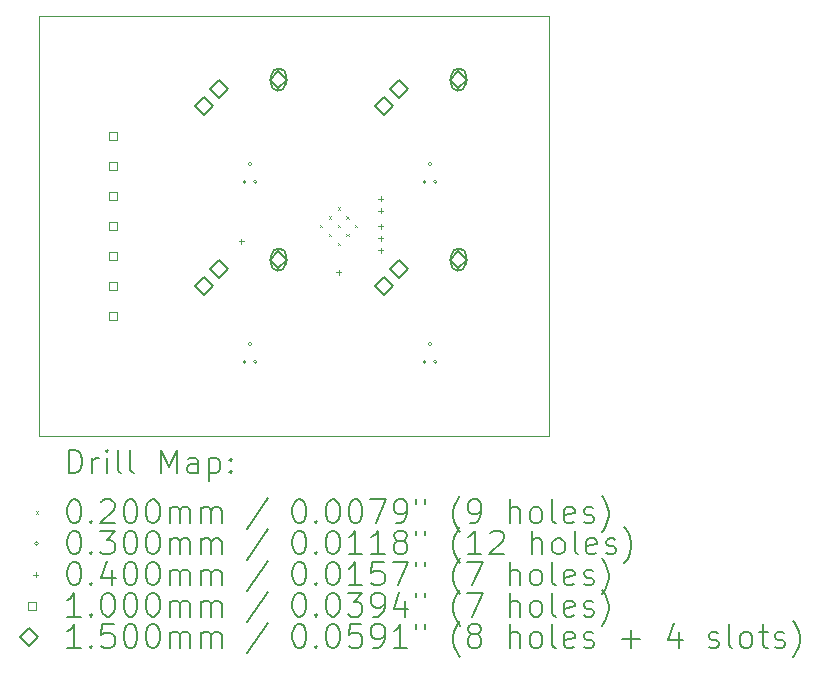
<source format=gbr>
%FSLAX45Y45*%
G04 Gerber Fmt 4.5, Leading zero omitted, Abs format (unit mm)*
G04 Created by KiCad (PCBNEW (6.0.1)) date 2022-01-28 19:13:05*
%MOMM*%
%LPD*%
G01*
G04 APERTURE LIST*
%TA.AperFunction,Profile*%
%ADD10C,0.100000*%
%TD*%
%ADD11C,0.200000*%
%ADD12C,0.020000*%
%ADD13C,0.030000*%
%ADD14C,0.040000*%
%ADD15C,0.100000*%
%ADD16C,0.150000*%
G04 APERTURE END LIST*
D10*
X8128000Y-4826000D02*
X12446000Y-4826000D01*
X12446000Y-4826000D02*
X12446000Y-8382000D01*
X12446000Y-8382000D02*
X8128000Y-8382000D01*
X8128000Y-8382000D02*
X8128000Y-4826000D01*
D11*
D12*
X10509508Y-6594000D02*
X10529508Y-6614000D01*
X10529508Y-6594000D02*
X10509508Y-6614000D01*
X10583754Y-6519754D02*
X10603754Y-6539754D01*
X10603754Y-6519754D02*
X10583754Y-6539754D01*
X10583754Y-6668246D02*
X10603754Y-6688246D01*
X10603754Y-6668246D02*
X10583754Y-6688246D01*
X10658000Y-6445508D02*
X10678000Y-6465508D01*
X10678000Y-6445508D02*
X10658000Y-6465508D01*
X10658000Y-6594000D02*
X10678000Y-6614000D01*
X10678000Y-6594000D02*
X10658000Y-6614000D01*
X10658000Y-6742492D02*
X10678000Y-6762492D01*
X10678000Y-6742492D02*
X10658000Y-6762492D01*
X10732246Y-6519754D02*
X10752246Y-6539754D01*
X10752246Y-6519754D02*
X10732246Y-6539754D01*
X10732246Y-6668246D02*
X10752246Y-6688246D01*
X10752246Y-6668246D02*
X10732246Y-6688246D01*
X10806492Y-6594000D02*
X10826492Y-6614000D01*
X10826492Y-6594000D02*
X10806492Y-6614000D01*
D13*
X9885038Y-6228662D02*
G75*
G03*
X9885038Y-6228662I-15000J0D01*
G01*
X9885038Y-7752662D02*
G75*
G03*
X9885038Y-7752662I-15000J0D01*
G01*
X9931000Y-6077700D02*
G75*
G03*
X9931000Y-6077700I-15000J0D01*
G01*
X9931000Y-7601700D02*
G75*
G03*
X9931000Y-7601700I-15000J0D01*
G01*
X9976962Y-6227962D02*
G75*
G03*
X9976962Y-6227962I-15000J0D01*
G01*
X9976962Y-7751962D02*
G75*
G03*
X9976962Y-7751962I-15000J0D01*
G01*
X11409038Y-6228662D02*
G75*
G03*
X11409038Y-6228662I-15000J0D01*
G01*
X11409038Y-7752662D02*
G75*
G03*
X11409038Y-7752662I-15000J0D01*
G01*
X11455000Y-6077700D02*
G75*
G03*
X11455000Y-6077700I-15000J0D01*
G01*
X11455000Y-7601700D02*
G75*
G03*
X11455000Y-7601700I-15000J0D01*
G01*
X11500962Y-6227962D02*
G75*
G03*
X11500962Y-6227962I-15000J0D01*
G01*
X11500962Y-7751962D02*
G75*
G03*
X11500962Y-7751962I-15000J0D01*
G01*
D14*
X9842500Y-6711000D02*
X9842500Y-6751000D01*
X9822500Y-6731000D02*
X9862500Y-6731000D01*
X10668010Y-6973950D02*
X10668010Y-7013950D01*
X10648010Y-6993950D02*
X10688010Y-6993950D01*
X11023600Y-6351650D02*
X11023600Y-6391650D01*
X11003600Y-6371650D02*
X11043600Y-6371650D01*
X11023600Y-6451600D02*
X11023600Y-6491600D01*
X11003600Y-6471600D02*
X11043600Y-6471600D01*
X11023600Y-6584000D02*
X11023600Y-6624000D01*
X11003600Y-6604000D02*
X11043600Y-6604000D01*
X11023600Y-6685600D02*
X11023600Y-6725600D01*
X11003600Y-6705600D02*
X11043600Y-6705600D01*
X11023600Y-6787200D02*
X11023600Y-6827200D01*
X11003600Y-6807200D02*
X11043600Y-6807200D01*
D15*
X8792022Y-5876856D02*
X8792022Y-5806144D01*
X8721311Y-5806144D01*
X8721311Y-5876856D01*
X8792022Y-5876856D01*
X8792022Y-6130856D02*
X8792022Y-6060144D01*
X8721311Y-6060144D01*
X8721311Y-6130856D01*
X8792022Y-6130856D01*
X8792022Y-6384856D02*
X8792022Y-6314144D01*
X8721311Y-6314144D01*
X8721311Y-6384856D01*
X8792022Y-6384856D01*
X8792022Y-6638856D02*
X8792022Y-6568144D01*
X8721311Y-6568144D01*
X8721311Y-6638856D01*
X8792022Y-6638856D01*
X8792022Y-6892856D02*
X8792022Y-6822144D01*
X8721311Y-6822144D01*
X8721311Y-6892856D01*
X8792022Y-6892856D01*
X8792022Y-7146856D02*
X8792022Y-7076144D01*
X8721311Y-7076144D01*
X8721311Y-7146856D01*
X8792022Y-7146856D01*
X8792022Y-7400856D02*
X8792022Y-7330144D01*
X8721311Y-7330144D01*
X8721311Y-7400856D01*
X8792022Y-7400856D01*
D16*
X9525000Y-5663000D02*
X9600000Y-5588000D01*
X9525000Y-5513000D01*
X9450000Y-5588000D01*
X9525000Y-5663000D01*
X9525000Y-7187000D02*
X9600000Y-7112000D01*
X9525000Y-7037000D01*
X9450000Y-7112000D01*
X9525000Y-7187000D01*
X9656000Y-5517000D02*
X9731000Y-5442000D01*
X9656000Y-5367000D01*
X9581000Y-5442000D01*
X9656000Y-5517000D01*
X9656000Y-7041000D02*
X9731000Y-6966000D01*
X9656000Y-6891000D01*
X9581000Y-6966000D01*
X9656000Y-7041000D01*
X10158000Y-5438000D02*
X10233000Y-5363000D01*
X10158000Y-5288000D01*
X10083000Y-5363000D01*
X10158000Y-5438000D01*
D11*
X10220814Y-5396532D02*
X10224869Y-5338537D01*
X10091131Y-5387464D02*
X10095186Y-5329468D01*
X10224869Y-5338537D02*
G75*
G03*
X10095186Y-5329468I-64842J4534D01*
G01*
X10091131Y-5387464D02*
G75*
G03*
X10220814Y-5396532I64842J-4534D01*
G01*
D16*
X10158000Y-6962000D02*
X10233000Y-6887000D01*
X10158000Y-6812000D01*
X10083000Y-6887000D01*
X10158000Y-6962000D01*
D11*
X10220814Y-6920532D02*
X10224869Y-6862536D01*
X10091131Y-6911463D02*
X10095186Y-6853468D01*
X10224869Y-6862536D02*
G75*
G03*
X10095186Y-6853468I-64842J4534D01*
G01*
X10091131Y-6911463D02*
G75*
G03*
X10220814Y-6920532I64842J-4534D01*
G01*
D16*
X11049000Y-5663000D02*
X11124000Y-5588000D01*
X11049000Y-5513000D01*
X10974000Y-5588000D01*
X11049000Y-5663000D01*
X11049000Y-7187000D02*
X11124000Y-7112000D01*
X11049000Y-7037000D01*
X10974000Y-7112000D01*
X11049000Y-7187000D01*
X11180000Y-5517000D02*
X11255000Y-5442000D01*
X11180000Y-5367000D01*
X11105000Y-5442000D01*
X11180000Y-5517000D01*
X11180000Y-7041000D02*
X11255000Y-6966000D01*
X11180000Y-6891000D01*
X11105000Y-6966000D01*
X11180000Y-7041000D01*
X11682000Y-5438000D02*
X11757000Y-5363000D01*
X11682000Y-5288000D01*
X11607000Y-5363000D01*
X11682000Y-5438000D01*
D11*
X11744814Y-5396532D02*
X11748869Y-5338537D01*
X11615131Y-5387464D02*
X11619186Y-5329468D01*
X11748869Y-5338537D02*
G75*
G03*
X11619186Y-5329468I-64842J4534D01*
G01*
X11615131Y-5387464D02*
G75*
G03*
X11744814Y-5396532I64842J-4534D01*
G01*
D16*
X11682000Y-6962000D02*
X11757000Y-6887000D01*
X11682000Y-6812000D01*
X11607000Y-6887000D01*
X11682000Y-6962000D01*
D11*
X11744814Y-6920532D02*
X11748869Y-6862536D01*
X11615131Y-6911463D02*
X11619186Y-6853468D01*
X11748869Y-6862536D02*
G75*
G03*
X11619186Y-6853468I-64842J4534D01*
G01*
X11615131Y-6911463D02*
G75*
G03*
X11744814Y-6920532I64842J-4534D01*
G01*
X8380619Y-8697476D02*
X8380619Y-8497476D01*
X8428238Y-8497476D01*
X8456810Y-8507000D01*
X8475857Y-8526048D01*
X8485381Y-8545095D01*
X8494905Y-8583190D01*
X8494905Y-8611762D01*
X8485381Y-8649857D01*
X8475857Y-8668905D01*
X8456810Y-8687952D01*
X8428238Y-8697476D01*
X8380619Y-8697476D01*
X8580619Y-8697476D02*
X8580619Y-8564143D01*
X8580619Y-8602238D02*
X8590143Y-8583190D01*
X8599667Y-8573667D01*
X8618714Y-8564143D01*
X8637762Y-8564143D01*
X8704429Y-8697476D02*
X8704429Y-8564143D01*
X8704429Y-8497476D02*
X8694905Y-8507000D01*
X8704429Y-8516524D01*
X8713952Y-8507000D01*
X8704429Y-8497476D01*
X8704429Y-8516524D01*
X8828238Y-8697476D02*
X8809190Y-8687952D01*
X8799667Y-8668905D01*
X8799667Y-8497476D01*
X8933000Y-8697476D02*
X8913952Y-8687952D01*
X8904429Y-8668905D01*
X8904429Y-8497476D01*
X9161571Y-8697476D02*
X9161571Y-8497476D01*
X9228238Y-8640333D01*
X9294905Y-8497476D01*
X9294905Y-8697476D01*
X9475857Y-8697476D02*
X9475857Y-8592714D01*
X9466333Y-8573667D01*
X9447286Y-8564143D01*
X9409190Y-8564143D01*
X9390143Y-8573667D01*
X9475857Y-8687952D02*
X9456810Y-8697476D01*
X9409190Y-8697476D01*
X9390143Y-8687952D01*
X9380619Y-8668905D01*
X9380619Y-8649857D01*
X9390143Y-8630810D01*
X9409190Y-8621286D01*
X9456810Y-8621286D01*
X9475857Y-8611762D01*
X9571095Y-8564143D02*
X9571095Y-8764143D01*
X9571095Y-8573667D02*
X9590143Y-8564143D01*
X9628238Y-8564143D01*
X9647286Y-8573667D01*
X9656810Y-8583190D01*
X9666333Y-8602238D01*
X9666333Y-8659381D01*
X9656810Y-8678429D01*
X9647286Y-8687952D01*
X9628238Y-8697476D01*
X9590143Y-8697476D01*
X9571095Y-8687952D01*
X9752048Y-8678429D02*
X9761571Y-8687952D01*
X9752048Y-8697476D01*
X9742524Y-8687952D01*
X9752048Y-8678429D01*
X9752048Y-8697476D01*
X9752048Y-8573667D02*
X9761571Y-8583190D01*
X9752048Y-8592714D01*
X9742524Y-8583190D01*
X9752048Y-8573667D01*
X9752048Y-8592714D01*
D12*
X8103000Y-9017000D02*
X8123000Y-9037000D01*
X8123000Y-9017000D02*
X8103000Y-9037000D01*
D11*
X8418714Y-8917476D02*
X8437762Y-8917476D01*
X8456810Y-8927000D01*
X8466333Y-8936524D01*
X8475857Y-8955571D01*
X8485381Y-8993667D01*
X8485381Y-9041286D01*
X8475857Y-9079381D01*
X8466333Y-9098429D01*
X8456810Y-9107952D01*
X8437762Y-9117476D01*
X8418714Y-9117476D01*
X8399667Y-9107952D01*
X8390143Y-9098429D01*
X8380619Y-9079381D01*
X8371095Y-9041286D01*
X8371095Y-8993667D01*
X8380619Y-8955571D01*
X8390143Y-8936524D01*
X8399667Y-8927000D01*
X8418714Y-8917476D01*
X8571095Y-9098429D02*
X8580619Y-9107952D01*
X8571095Y-9117476D01*
X8561571Y-9107952D01*
X8571095Y-9098429D01*
X8571095Y-9117476D01*
X8656810Y-8936524D02*
X8666333Y-8927000D01*
X8685381Y-8917476D01*
X8733000Y-8917476D01*
X8752048Y-8927000D01*
X8761571Y-8936524D01*
X8771095Y-8955571D01*
X8771095Y-8974619D01*
X8761571Y-9003190D01*
X8647286Y-9117476D01*
X8771095Y-9117476D01*
X8894905Y-8917476D02*
X8913952Y-8917476D01*
X8933000Y-8927000D01*
X8942524Y-8936524D01*
X8952048Y-8955571D01*
X8961571Y-8993667D01*
X8961571Y-9041286D01*
X8952048Y-9079381D01*
X8942524Y-9098429D01*
X8933000Y-9107952D01*
X8913952Y-9117476D01*
X8894905Y-9117476D01*
X8875857Y-9107952D01*
X8866333Y-9098429D01*
X8856810Y-9079381D01*
X8847286Y-9041286D01*
X8847286Y-8993667D01*
X8856810Y-8955571D01*
X8866333Y-8936524D01*
X8875857Y-8927000D01*
X8894905Y-8917476D01*
X9085381Y-8917476D02*
X9104429Y-8917476D01*
X9123476Y-8927000D01*
X9133000Y-8936524D01*
X9142524Y-8955571D01*
X9152048Y-8993667D01*
X9152048Y-9041286D01*
X9142524Y-9079381D01*
X9133000Y-9098429D01*
X9123476Y-9107952D01*
X9104429Y-9117476D01*
X9085381Y-9117476D01*
X9066333Y-9107952D01*
X9056810Y-9098429D01*
X9047286Y-9079381D01*
X9037762Y-9041286D01*
X9037762Y-8993667D01*
X9047286Y-8955571D01*
X9056810Y-8936524D01*
X9066333Y-8927000D01*
X9085381Y-8917476D01*
X9237762Y-9117476D02*
X9237762Y-8984143D01*
X9237762Y-9003190D02*
X9247286Y-8993667D01*
X9266333Y-8984143D01*
X9294905Y-8984143D01*
X9313952Y-8993667D01*
X9323476Y-9012714D01*
X9323476Y-9117476D01*
X9323476Y-9012714D02*
X9333000Y-8993667D01*
X9352048Y-8984143D01*
X9380619Y-8984143D01*
X9399667Y-8993667D01*
X9409190Y-9012714D01*
X9409190Y-9117476D01*
X9504429Y-9117476D02*
X9504429Y-8984143D01*
X9504429Y-9003190D02*
X9513952Y-8993667D01*
X9533000Y-8984143D01*
X9561571Y-8984143D01*
X9580619Y-8993667D01*
X9590143Y-9012714D01*
X9590143Y-9117476D01*
X9590143Y-9012714D02*
X9599667Y-8993667D01*
X9618714Y-8984143D01*
X9647286Y-8984143D01*
X9666333Y-8993667D01*
X9675857Y-9012714D01*
X9675857Y-9117476D01*
X10066333Y-8907952D02*
X9894905Y-9165095D01*
X10323476Y-8917476D02*
X10342524Y-8917476D01*
X10361571Y-8927000D01*
X10371095Y-8936524D01*
X10380619Y-8955571D01*
X10390143Y-8993667D01*
X10390143Y-9041286D01*
X10380619Y-9079381D01*
X10371095Y-9098429D01*
X10361571Y-9107952D01*
X10342524Y-9117476D01*
X10323476Y-9117476D01*
X10304429Y-9107952D01*
X10294905Y-9098429D01*
X10285381Y-9079381D01*
X10275857Y-9041286D01*
X10275857Y-8993667D01*
X10285381Y-8955571D01*
X10294905Y-8936524D01*
X10304429Y-8927000D01*
X10323476Y-8917476D01*
X10475857Y-9098429D02*
X10485381Y-9107952D01*
X10475857Y-9117476D01*
X10466333Y-9107952D01*
X10475857Y-9098429D01*
X10475857Y-9117476D01*
X10609190Y-8917476D02*
X10628238Y-8917476D01*
X10647286Y-8927000D01*
X10656810Y-8936524D01*
X10666333Y-8955571D01*
X10675857Y-8993667D01*
X10675857Y-9041286D01*
X10666333Y-9079381D01*
X10656810Y-9098429D01*
X10647286Y-9107952D01*
X10628238Y-9117476D01*
X10609190Y-9117476D01*
X10590143Y-9107952D01*
X10580619Y-9098429D01*
X10571095Y-9079381D01*
X10561571Y-9041286D01*
X10561571Y-8993667D01*
X10571095Y-8955571D01*
X10580619Y-8936524D01*
X10590143Y-8927000D01*
X10609190Y-8917476D01*
X10799667Y-8917476D02*
X10818714Y-8917476D01*
X10837762Y-8927000D01*
X10847286Y-8936524D01*
X10856810Y-8955571D01*
X10866333Y-8993667D01*
X10866333Y-9041286D01*
X10856810Y-9079381D01*
X10847286Y-9098429D01*
X10837762Y-9107952D01*
X10818714Y-9117476D01*
X10799667Y-9117476D01*
X10780619Y-9107952D01*
X10771095Y-9098429D01*
X10761571Y-9079381D01*
X10752048Y-9041286D01*
X10752048Y-8993667D01*
X10761571Y-8955571D01*
X10771095Y-8936524D01*
X10780619Y-8927000D01*
X10799667Y-8917476D01*
X10933000Y-8917476D02*
X11066333Y-8917476D01*
X10980619Y-9117476D01*
X11152048Y-9117476D02*
X11190143Y-9117476D01*
X11209190Y-9107952D01*
X11218714Y-9098429D01*
X11237762Y-9069857D01*
X11247286Y-9031762D01*
X11247286Y-8955571D01*
X11237762Y-8936524D01*
X11228238Y-8927000D01*
X11209190Y-8917476D01*
X11171095Y-8917476D01*
X11152048Y-8927000D01*
X11142524Y-8936524D01*
X11133000Y-8955571D01*
X11133000Y-9003190D01*
X11142524Y-9022238D01*
X11152048Y-9031762D01*
X11171095Y-9041286D01*
X11209190Y-9041286D01*
X11228238Y-9031762D01*
X11237762Y-9022238D01*
X11247286Y-9003190D01*
X11323476Y-8917476D02*
X11323476Y-8955571D01*
X11399667Y-8917476D02*
X11399667Y-8955571D01*
X11694905Y-9193667D02*
X11685381Y-9184143D01*
X11666333Y-9155571D01*
X11656809Y-9136524D01*
X11647286Y-9107952D01*
X11637762Y-9060333D01*
X11637762Y-9022238D01*
X11647286Y-8974619D01*
X11656809Y-8946048D01*
X11666333Y-8927000D01*
X11685381Y-8898429D01*
X11694905Y-8888905D01*
X11780619Y-9117476D02*
X11818714Y-9117476D01*
X11837762Y-9107952D01*
X11847286Y-9098429D01*
X11866333Y-9069857D01*
X11875857Y-9031762D01*
X11875857Y-8955571D01*
X11866333Y-8936524D01*
X11856809Y-8927000D01*
X11837762Y-8917476D01*
X11799667Y-8917476D01*
X11780619Y-8927000D01*
X11771095Y-8936524D01*
X11761571Y-8955571D01*
X11761571Y-9003190D01*
X11771095Y-9022238D01*
X11780619Y-9031762D01*
X11799667Y-9041286D01*
X11837762Y-9041286D01*
X11856809Y-9031762D01*
X11866333Y-9022238D01*
X11875857Y-9003190D01*
X12113952Y-9117476D02*
X12113952Y-8917476D01*
X12199667Y-9117476D02*
X12199667Y-9012714D01*
X12190143Y-8993667D01*
X12171095Y-8984143D01*
X12142524Y-8984143D01*
X12123476Y-8993667D01*
X12113952Y-9003190D01*
X12323476Y-9117476D02*
X12304428Y-9107952D01*
X12294905Y-9098429D01*
X12285381Y-9079381D01*
X12285381Y-9022238D01*
X12294905Y-9003190D01*
X12304428Y-8993667D01*
X12323476Y-8984143D01*
X12352048Y-8984143D01*
X12371095Y-8993667D01*
X12380619Y-9003190D01*
X12390143Y-9022238D01*
X12390143Y-9079381D01*
X12380619Y-9098429D01*
X12371095Y-9107952D01*
X12352048Y-9117476D01*
X12323476Y-9117476D01*
X12504428Y-9117476D02*
X12485381Y-9107952D01*
X12475857Y-9088905D01*
X12475857Y-8917476D01*
X12656809Y-9107952D02*
X12637762Y-9117476D01*
X12599667Y-9117476D01*
X12580619Y-9107952D01*
X12571095Y-9088905D01*
X12571095Y-9012714D01*
X12580619Y-8993667D01*
X12599667Y-8984143D01*
X12637762Y-8984143D01*
X12656809Y-8993667D01*
X12666333Y-9012714D01*
X12666333Y-9031762D01*
X12571095Y-9050810D01*
X12742524Y-9107952D02*
X12761571Y-9117476D01*
X12799667Y-9117476D01*
X12818714Y-9107952D01*
X12828238Y-9088905D01*
X12828238Y-9079381D01*
X12818714Y-9060333D01*
X12799667Y-9050810D01*
X12771095Y-9050810D01*
X12752048Y-9041286D01*
X12742524Y-9022238D01*
X12742524Y-9012714D01*
X12752048Y-8993667D01*
X12771095Y-8984143D01*
X12799667Y-8984143D01*
X12818714Y-8993667D01*
X12894905Y-9193667D02*
X12904428Y-9184143D01*
X12923476Y-9155571D01*
X12933000Y-9136524D01*
X12942524Y-9107952D01*
X12952048Y-9060333D01*
X12952048Y-9022238D01*
X12942524Y-8974619D01*
X12933000Y-8946048D01*
X12923476Y-8927000D01*
X12904428Y-8898429D01*
X12894905Y-8888905D01*
D13*
X8123000Y-9291000D02*
G75*
G03*
X8123000Y-9291000I-15000J0D01*
G01*
D11*
X8418714Y-9181476D02*
X8437762Y-9181476D01*
X8456810Y-9191000D01*
X8466333Y-9200524D01*
X8475857Y-9219571D01*
X8485381Y-9257667D01*
X8485381Y-9305286D01*
X8475857Y-9343381D01*
X8466333Y-9362429D01*
X8456810Y-9371952D01*
X8437762Y-9381476D01*
X8418714Y-9381476D01*
X8399667Y-9371952D01*
X8390143Y-9362429D01*
X8380619Y-9343381D01*
X8371095Y-9305286D01*
X8371095Y-9257667D01*
X8380619Y-9219571D01*
X8390143Y-9200524D01*
X8399667Y-9191000D01*
X8418714Y-9181476D01*
X8571095Y-9362429D02*
X8580619Y-9371952D01*
X8571095Y-9381476D01*
X8561571Y-9371952D01*
X8571095Y-9362429D01*
X8571095Y-9381476D01*
X8647286Y-9181476D02*
X8771095Y-9181476D01*
X8704429Y-9257667D01*
X8733000Y-9257667D01*
X8752048Y-9267190D01*
X8761571Y-9276714D01*
X8771095Y-9295762D01*
X8771095Y-9343381D01*
X8761571Y-9362429D01*
X8752048Y-9371952D01*
X8733000Y-9381476D01*
X8675857Y-9381476D01*
X8656810Y-9371952D01*
X8647286Y-9362429D01*
X8894905Y-9181476D02*
X8913952Y-9181476D01*
X8933000Y-9191000D01*
X8942524Y-9200524D01*
X8952048Y-9219571D01*
X8961571Y-9257667D01*
X8961571Y-9305286D01*
X8952048Y-9343381D01*
X8942524Y-9362429D01*
X8933000Y-9371952D01*
X8913952Y-9381476D01*
X8894905Y-9381476D01*
X8875857Y-9371952D01*
X8866333Y-9362429D01*
X8856810Y-9343381D01*
X8847286Y-9305286D01*
X8847286Y-9257667D01*
X8856810Y-9219571D01*
X8866333Y-9200524D01*
X8875857Y-9191000D01*
X8894905Y-9181476D01*
X9085381Y-9181476D02*
X9104429Y-9181476D01*
X9123476Y-9191000D01*
X9133000Y-9200524D01*
X9142524Y-9219571D01*
X9152048Y-9257667D01*
X9152048Y-9305286D01*
X9142524Y-9343381D01*
X9133000Y-9362429D01*
X9123476Y-9371952D01*
X9104429Y-9381476D01*
X9085381Y-9381476D01*
X9066333Y-9371952D01*
X9056810Y-9362429D01*
X9047286Y-9343381D01*
X9037762Y-9305286D01*
X9037762Y-9257667D01*
X9047286Y-9219571D01*
X9056810Y-9200524D01*
X9066333Y-9191000D01*
X9085381Y-9181476D01*
X9237762Y-9381476D02*
X9237762Y-9248143D01*
X9237762Y-9267190D02*
X9247286Y-9257667D01*
X9266333Y-9248143D01*
X9294905Y-9248143D01*
X9313952Y-9257667D01*
X9323476Y-9276714D01*
X9323476Y-9381476D01*
X9323476Y-9276714D02*
X9333000Y-9257667D01*
X9352048Y-9248143D01*
X9380619Y-9248143D01*
X9399667Y-9257667D01*
X9409190Y-9276714D01*
X9409190Y-9381476D01*
X9504429Y-9381476D02*
X9504429Y-9248143D01*
X9504429Y-9267190D02*
X9513952Y-9257667D01*
X9533000Y-9248143D01*
X9561571Y-9248143D01*
X9580619Y-9257667D01*
X9590143Y-9276714D01*
X9590143Y-9381476D01*
X9590143Y-9276714D02*
X9599667Y-9257667D01*
X9618714Y-9248143D01*
X9647286Y-9248143D01*
X9666333Y-9257667D01*
X9675857Y-9276714D01*
X9675857Y-9381476D01*
X10066333Y-9171952D02*
X9894905Y-9429095D01*
X10323476Y-9181476D02*
X10342524Y-9181476D01*
X10361571Y-9191000D01*
X10371095Y-9200524D01*
X10380619Y-9219571D01*
X10390143Y-9257667D01*
X10390143Y-9305286D01*
X10380619Y-9343381D01*
X10371095Y-9362429D01*
X10361571Y-9371952D01*
X10342524Y-9381476D01*
X10323476Y-9381476D01*
X10304429Y-9371952D01*
X10294905Y-9362429D01*
X10285381Y-9343381D01*
X10275857Y-9305286D01*
X10275857Y-9257667D01*
X10285381Y-9219571D01*
X10294905Y-9200524D01*
X10304429Y-9191000D01*
X10323476Y-9181476D01*
X10475857Y-9362429D02*
X10485381Y-9371952D01*
X10475857Y-9381476D01*
X10466333Y-9371952D01*
X10475857Y-9362429D01*
X10475857Y-9381476D01*
X10609190Y-9181476D02*
X10628238Y-9181476D01*
X10647286Y-9191000D01*
X10656810Y-9200524D01*
X10666333Y-9219571D01*
X10675857Y-9257667D01*
X10675857Y-9305286D01*
X10666333Y-9343381D01*
X10656810Y-9362429D01*
X10647286Y-9371952D01*
X10628238Y-9381476D01*
X10609190Y-9381476D01*
X10590143Y-9371952D01*
X10580619Y-9362429D01*
X10571095Y-9343381D01*
X10561571Y-9305286D01*
X10561571Y-9257667D01*
X10571095Y-9219571D01*
X10580619Y-9200524D01*
X10590143Y-9191000D01*
X10609190Y-9181476D01*
X10866333Y-9381476D02*
X10752048Y-9381476D01*
X10809190Y-9381476D02*
X10809190Y-9181476D01*
X10790143Y-9210048D01*
X10771095Y-9229095D01*
X10752048Y-9238619D01*
X11056810Y-9381476D02*
X10942524Y-9381476D01*
X10999667Y-9381476D02*
X10999667Y-9181476D01*
X10980619Y-9210048D01*
X10961571Y-9229095D01*
X10942524Y-9238619D01*
X11171095Y-9267190D02*
X11152048Y-9257667D01*
X11142524Y-9248143D01*
X11133000Y-9229095D01*
X11133000Y-9219571D01*
X11142524Y-9200524D01*
X11152048Y-9191000D01*
X11171095Y-9181476D01*
X11209190Y-9181476D01*
X11228238Y-9191000D01*
X11237762Y-9200524D01*
X11247286Y-9219571D01*
X11247286Y-9229095D01*
X11237762Y-9248143D01*
X11228238Y-9257667D01*
X11209190Y-9267190D01*
X11171095Y-9267190D01*
X11152048Y-9276714D01*
X11142524Y-9286238D01*
X11133000Y-9305286D01*
X11133000Y-9343381D01*
X11142524Y-9362429D01*
X11152048Y-9371952D01*
X11171095Y-9381476D01*
X11209190Y-9381476D01*
X11228238Y-9371952D01*
X11237762Y-9362429D01*
X11247286Y-9343381D01*
X11247286Y-9305286D01*
X11237762Y-9286238D01*
X11228238Y-9276714D01*
X11209190Y-9267190D01*
X11323476Y-9181476D02*
X11323476Y-9219571D01*
X11399667Y-9181476D02*
X11399667Y-9219571D01*
X11694905Y-9457667D02*
X11685381Y-9448143D01*
X11666333Y-9419571D01*
X11656809Y-9400524D01*
X11647286Y-9371952D01*
X11637762Y-9324333D01*
X11637762Y-9286238D01*
X11647286Y-9238619D01*
X11656809Y-9210048D01*
X11666333Y-9191000D01*
X11685381Y-9162429D01*
X11694905Y-9152905D01*
X11875857Y-9381476D02*
X11761571Y-9381476D01*
X11818714Y-9381476D02*
X11818714Y-9181476D01*
X11799667Y-9210048D01*
X11780619Y-9229095D01*
X11761571Y-9238619D01*
X11952048Y-9200524D02*
X11961571Y-9191000D01*
X11980619Y-9181476D01*
X12028238Y-9181476D01*
X12047286Y-9191000D01*
X12056809Y-9200524D01*
X12066333Y-9219571D01*
X12066333Y-9238619D01*
X12056809Y-9267190D01*
X11942524Y-9381476D01*
X12066333Y-9381476D01*
X12304428Y-9381476D02*
X12304428Y-9181476D01*
X12390143Y-9381476D02*
X12390143Y-9276714D01*
X12380619Y-9257667D01*
X12361571Y-9248143D01*
X12333000Y-9248143D01*
X12313952Y-9257667D01*
X12304428Y-9267190D01*
X12513952Y-9381476D02*
X12494905Y-9371952D01*
X12485381Y-9362429D01*
X12475857Y-9343381D01*
X12475857Y-9286238D01*
X12485381Y-9267190D01*
X12494905Y-9257667D01*
X12513952Y-9248143D01*
X12542524Y-9248143D01*
X12561571Y-9257667D01*
X12571095Y-9267190D01*
X12580619Y-9286238D01*
X12580619Y-9343381D01*
X12571095Y-9362429D01*
X12561571Y-9371952D01*
X12542524Y-9381476D01*
X12513952Y-9381476D01*
X12694905Y-9381476D02*
X12675857Y-9371952D01*
X12666333Y-9352905D01*
X12666333Y-9181476D01*
X12847286Y-9371952D02*
X12828238Y-9381476D01*
X12790143Y-9381476D01*
X12771095Y-9371952D01*
X12761571Y-9352905D01*
X12761571Y-9276714D01*
X12771095Y-9257667D01*
X12790143Y-9248143D01*
X12828238Y-9248143D01*
X12847286Y-9257667D01*
X12856809Y-9276714D01*
X12856809Y-9295762D01*
X12761571Y-9314810D01*
X12933000Y-9371952D02*
X12952048Y-9381476D01*
X12990143Y-9381476D01*
X13009190Y-9371952D01*
X13018714Y-9352905D01*
X13018714Y-9343381D01*
X13009190Y-9324333D01*
X12990143Y-9314810D01*
X12961571Y-9314810D01*
X12942524Y-9305286D01*
X12933000Y-9286238D01*
X12933000Y-9276714D01*
X12942524Y-9257667D01*
X12961571Y-9248143D01*
X12990143Y-9248143D01*
X13009190Y-9257667D01*
X13085381Y-9457667D02*
X13094905Y-9448143D01*
X13113952Y-9419571D01*
X13123476Y-9400524D01*
X13133000Y-9371952D01*
X13142524Y-9324333D01*
X13142524Y-9286238D01*
X13133000Y-9238619D01*
X13123476Y-9210048D01*
X13113952Y-9191000D01*
X13094905Y-9162429D01*
X13085381Y-9152905D01*
D14*
X8103000Y-9535000D02*
X8103000Y-9575000D01*
X8083000Y-9555000D02*
X8123000Y-9555000D01*
D11*
X8418714Y-9445476D02*
X8437762Y-9445476D01*
X8456810Y-9455000D01*
X8466333Y-9464524D01*
X8475857Y-9483571D01*
X8485381Y-9521667D01*
X8485381Y-9569286D01*
X8475857Y-9607381D01*
X8466333Y-9626429D01*
X8456810Y-9635952D01*
X8437762Y-9645476D01*
X8418714Y-9645476D01*
X8399667Y-9635952D01*
X8390143Y-9626429D01*
X8380619Y-9607381D01*
X8371095Y-9569286D01*
X8371095Y-9521667D01*
X8380619Y-9483571D01*
X8390143Y-9464524D01*
X8399667Y-9455000D01*
X8418714Y-9445476D01*
X8571095Y-9626429D02*
X8580619Y-9635952D01*
X8571095Y-9645476D01*
X8561571Y-9635952D01*
X8571095Y-9626429D01*
X8571095Y-9645476D01*
X8752048Y-9512143D02*
X8752048Y-9645476D01*
X8704429Y-9435952D02*
X8656810Y-9578810D01*
X8780619Y-9578810D01*
X8894905Y-9445476D02*
X8913952Y-9445476D01*
X8933000Y-9455000D01*
X8942524Y-9464524D01*
X8952048Y-9483571D01*
X8961571Y-9521667D01*
X8961571Y-9569286D01*
X8952048Y-9607381D01*
X8942524Y-9626429D01*
X8933000Y-9635952D01*
X8913952Y-9645476D01*
X8894905Y-9645476D01*
X8875857Y-9635952D01*
X8866333Y-9626429D01*
X8856810Y-9607381D01*
X8847286Y-9569286D01*
X8847286Y-9521667D01*
X8856810Y-9483571D01*
X8866333Y-9464524D01*
X8875857Y-9455000D01*
X8894905Y-9445476D01*
X9085381Y-9445476D02*
X9104429Y-9445476D01*
X9123476Y-9455000D01*
X9133000Y-9464524D01*
X9142524Y-9483571D01*
X9152048Y-9521667D01*
X9152048Y-9569286D01*
X9142524Y-9607381D01*
X9133000Y-9626429D01*
X9123476Y-9635952D01*
X9104429Y-9645476D01*
X9085381Y-9645476D01*
X9066333Y-9635952D01*
X9056810Y-9626429D01*
X9047286Y-9607381D01*
X9037762Y-9569286D01*
X9037762Y-9521667D01*
X9047286Y-9483571D01*
X9056810Y-9464524D01*
X9066333Y-9455000D01*
X9085381Y-9445476D01*
X9237762Y-9645476D02*
X9237762Y-9512143D01*
X9237762Y-9531190D02*
X9247286Y-9521667D01*
X9266333Y-9512143D01*
X9294905Y-9512143D01*
X9313952Y-9521667D01*
X9323476Y-9540714D01*
X9323476Y-9645476D01*
X9323476Y-9540714D02*
X9333000Y-9521667D01*
X9352048Y-9512143D01*
X9380619Y-9512143D01*
X9399667Y-9521667D01*
X9409190Y-9540714D01*
X9409190Y-9645476D01*
X9504429Y-9645476D02*
X9504429Y-9512143D01*
X9504429Y-9531190D02*
X9513952Y-9521667D01*
X9533000Y-9512143D01*
X9561571Y-9512143D01*
X9580619Y-9521667D01*
X9590143Y-9540714D01*
X9590143Y-9645476D01*
X9590143Y-9540714D02*
X9599667Y-9521667D01*
X9618714Y-9512143D01*
X9647286Y-9512143D01*
X9666333Y-9521667D01*
X9675857Y-9540714D01*
X9675857Y-9645476D01*
X10066333Y-9435952D02*
X9894905Y-9693095D01*
X10323476Y-9445476D02*
X10342524Y-9445476D01*
X10361571Y-9455000D01*
X10371095Y-9464524D01*
X10380619Y-9483571D01*
X10390143Y-9521667D01*
X10390143Y-9569286D01*
X10380619Y-9607381D01*
X10371095Y-9626429D01*
X10361571Y-9635952D01*
X10342524Y-9645476D01*
X10323476Y-9645476D01*
X10304429Y-9635952D01*
X10294905Y-9626429D01*
X10285381Y-9607381D01*
X10275857Y-9569286D01*
X10275857Y-9521667D01*
X10285381Y-9483571D01*
X10294905Y-9464524D01*
X10304429Y-9455000D01*
X10323476Y-9445476D01*
X10475857Y-9626429D02*
X10485381Y-9635952D01*
X10475857Y-9645476D01*
X10466333Y-9635952D01*
X10475857Y-9626429D01*
X10475857Y-9645476D01*
X10609190Y-9445476D02*
X10628238Y-9445476D01*
X10647286Y-9455000D01*
X10656810Y-9464524D01*
X10666333Y-9483571D01*
X10675857Y-9521667D01*
X10675857Y-9569286D01*
X10666333Y-9607381D01*
X10656810Y-9626429D01*
X10647286Y-9635952D01*
X10628238Y-9645476D01*
X10609190Y-9645476D01*
X10590143Y-9635952D01*
X10580619Y-9626429D01*
X10571095Y-9607381D01*
X10561571Y-9569286D01*
X10561571Y-9521667D01*
X10571095Y-9483571D01*
X10580619Y-9464524D01*
X10590143Y-9455000D01*
X10609190Y-9445476D01*
X10866333Y-9645476D02*
X10752048Y-9645476D01*
X10809190Y-9645476D02*
X10809190Y-9445476D01*
X10790143Y-9474048D01*
X10771095Y-9493095D01*
X10752048Y-9502619D01*
X11047286Y-9445476D02*
X10952048Y-9445476D01*
X10942524Y-9540714D01*
X10952048Y-9531190D01*
X10971095Y-9521667D01*
X11018714Y-9521667D01*
X11037762Y-9531190D01*
X11047286Y-9540714D01*
X11056810Y-9559762D01*
X11056810Y-9607381D01*
X11047286Y-9626429D01*
X11037762Y-9635952D01*
X11018714Y-9645476D01*
X10971095Y-9645476D01*
X10952048Y-9635952D01*
X10942524Y-9626429D01*
X11123476Y-9445476D02*
X11256809Y-9445476D01*
X11171095Y-9645476D01*
X11323476Y-9445476D02*
X11323476Y-9483571D01*
X11399667Y-9445476D02*
X11399667Y-9483571D01*
X11694905Y-9721667D02*
X11685381Y-9712143D01*
X11666333Y-9683571D01*
X11656809Y-9664524D01*
X11647286Y-9635952D01*
X11637762Y-9588333D01*
X11637762Y-9550238D01*
X11647286Y-9502619D01*
X11656809Y-9474048D01*
X11666333Y-9455000D01*
X11685381Y-9426429D01*
X11694905Y-9416905D01*
X11752048Y-9445476D02*
X11885381Y-9445476D01*
X11799667Y-9645476D01*
X12113952Y-9645476D02*
X12113952Y-9445476D01*
X12199667Y-9645476D02*
X12199667Y-9540714D01*
X12190143Y-9521667D01*
X12171095Y-9512143D01*
X12142524Y-9512143D01*
X12123476Y-9521667D01*
X12113952Y-9531190D01*
X12323476Y-9645476D02*
X12304428Y-9635952D01*
X12294905Y-9626429D01*
X12285381Y-9607381D01*
X12285381Y-9550238D01*
X12294905Y-9531190D01*
X12304428Y-9521667D01*
X12323476Y-9512143D01*
X12352048Y-9512143D01*
X12371095Y-9521667D01*
X12380619Y-9531190D01*
X12390143Y-9550238D01*
X12390143Y-9607381D01*
X12380619Y-9626429D01*
X12371095Y-9635952D01*
X12352048Y-9645476D01*
X12323476Y-9645476D01*
X12504428Y-9645476D02*
X12485381Y-9635952D01*
X12475857Y-9616905D01*
X12475857Y-9445476D01*
X12656809Y-9635952D02*
X12637762Y-9645476D01*
X12599667Y-9645476D01*
X12580619Y-9635952D01*
X12571095Y-9616905D01*
X12571095Y-9540714D01*
X12580619Y-9521667D01*
X12599667Y-9512143D01*
X12637762Y-9512143D01*
X12656809Y-9521667D01*
X12666333Y-9540714D01*
X12666333Y-9559762D01*
X12571095Y-9578810D01*
X12742524Y-9635952D02*
X12761571Y-9645476D01*
X12799667Y-9645476D01*
X12818714Y-9635952D01*
X12828238Y-9616905D01*
X12828238Y-9607381D01*
X12818714Y-9588333D01*
X12799667Y-9578810D01*
X12771095Y-9578810D01*
X12752048Y-9569286D01*
X12742524Y-9550238D01*
X12742524Y-9540714D01*
X12752048Y-9521667D01*
X12771095Y-9512143D01*
X12799667Y-9512143D01*
X12818714Y-9521667D01*
X12894905Y-9721667D02*
X12904428Y-9712143D01*
X12923476Y-9683571D01*
X12933000Y-9664524D01*
X12942524Y-9635952D01*
X12952048Y-9588333D01*
X12952048Y-9550238D01*
X12942524Y-9502619D01*
X12933000Y-9474048D01*
X12923476Y-9455000D01*
X12904428Y-9426429D01*
X12894905Y-9416905D01*
D15*
X8108356Y-9854356D02*
X8108356Y-9783644D01*
X8037644Y-9783644D01*
X8037644Y-9854356D01*
X8108356Y-9854356D01*
D11*
X8485381Y-9909476D02*
X8371095Y-9909476D01*
X8428238Y-9909476D02*
X8428238Y-9709476D01*
X8409190Y-9738048D01*
X8390143Y-9757095D01*
X8371095Y-9766619D01*
X8571095Y-9890429D02*
X8580619Y-9899952D01*
X8571095Y-9909476D01*
X8561571Y-9899952D01*
X8571095Y-9890429D01*
X8571095Y-9909476D01*
X8704429Y-9709476D02*
X8723476Y-9709476D01*
X8742524Y-9719000D01*
X8752048Y-9728524D01*
X8761571Y-9747571D01*
X8771095Y-9785667D01*
X8771095Y-9833286D01*
X8761571Y-9871381D01*
X8752048Y-9890429D01*
X8742524Y-9899952D01*
X8723476Y-9909476D01*
X8704429Y-9909476D01*
X8685381Y-9899952D01*
X8675857Y-9890429D01*
X8666333Y-9871381D01*
X8656810Y-9833286D01*
X8656810Y-9785667D01*
X8666333Y-9747571D01*
X8675857Y-9728524D01*
X8685381Y-9719000D01*
X8704429Y-9709476D01*
X8894905Y-9709476D02*
X8913952Y-9709476D01*
X8933000Y-9719000D01*
X8942524Y-9728524D01*
X8952048Y-9747571D01*
X8961571Y-9785667D01*
X8961571Y-9833286D01*
X8952048Y-9871381D01*
X8942524Y-9890429D01*
X8933000Y-9899952D01*
X8913952Y-9909476D01*
X8894905Y-9909476D01*
X8875857Y-9899952D01*
X8866333Y-9890429D01*
X8856810Y-9871381D01*
X8847286Y-9833286D01*
X8847286Y-9785667D01*
X8856810Y-9747571D01*
X8866333Y-9728524D01*
X8875857Y-9719000D01*
X8894905Y-9709476D01*
X9085381Y-9709476D02*
X9104429Y-9709476D01*
X9123476Y-9719000D01*
X9133000Y-9728524D01*
X9142524Y-9747571D01*
X9152048Y-9785667D01*
X9152048Y-9833286D01*
X9142524Y-9871381D01*
X9133000Y-9890429D01*
X9123476Y-9899952D01*
X9104429Y-9909476D01*
X9085381Y-9909476D01*
X9066333Y-9899952D01*
X9056810Y-9890429D01*
X9047286Y-9871381D01*
X9037762Y-9833286D01*
X9037762Y-9785667D01*
X9047286Y-9747571D01*
X9056810Y-9728524D01*
X9066333Y-9719000D01*
X9085381Y-9709476D01*
X9237762Y-9909476D02*
X9237762Y-9776143D01*
X9237762Y-9795190D02*
X9247286Y-9785667D01*
X9266333Y-9776143D01*
X9294905Y-9776143D01*
X9313952Y-9785667D01*
X9323476Y-9804714D01*
X9323476Y-9909476D01*
X9323476Y-9804714D02*
X9333000Y-9785667D01*
X9352048Y-9776143D01*
X9380619Y-9776143D01*
X9399667Y-9785667D01*
X9409190Y-9804714D01*
X9409190Y-9909476D01*
X9504429Y-9909476D02*
X9504429Y-9776143D01*
X9504429Y-9795190D02*
X9513952Y-9785667D01*
X9533000Y-9776143D01*
X9561571Y-9776143D01*
X9580619Y-9785667D01*
X9590143Y-9804714D01*
X9590143Y-9909476D01*
X9590143Y-9804714D02*
X9599667Y-9785667D01*
X9618714Y-9776143D01*
X9647286Y-9776143D01*
X9666333Y-9785667D01*
X9675857Y-9804714D01*
X9675857Y-9909476D01*
X10066333Y-9699952D02*
X9894905Y-9957095D01*
X10323476Y-9709476D02*
X10342524Y-9709476D01*
X10361571Y-9719000D01*
X10371095Y-9728524D01*
X10380619Y-9747571D01*
X10390143Y-9785667D01*
X10390143Y-9833286D01*
X10380619Y-9871381D01*
X10371095Y-9890429D01*
X10361571Y-9899952D01*
X10342524Y-9909476D01*
X10323476Y-9909476D01*
X10304429Y-9899952D01*
X10294905Y-9890429D01*
X10285381Y-9871381D01*
X10275857Y-9833286D01*
X10275857Y-9785667D01*
X10285381Y-9747571D01*
X10294905Y-9728524D01*
X10304429Y-9719000D01*
X10323476Y-9709476D01*
X10475857Y-9890429D02*
X10485381Y-9899952D01*
X10475857Y-9909476D01*
X10466333Y-9899952D01*
X10475857Y-9890429D01*
X10475857Y-9909476D01*
X10609190Y-9709476D02*
X10628238Y-9709476D01*
X10647286Y-9719000D01*
X10656810Y-9728524D01*
X10666333Y-9747571D01*
X10675857Y-9785667D01*
X10675857Y-9833286D01*
X10666333Y-9871381D01*
X10656810Y-9890429D01*
X10647286Y-9899952D01*
X10628238Y-9909476D01*
X10609190Y-9909476D01*
X10590143Y-9899952D01*
X10580619Y-9890429D01*
X10571095Y-9871381D01*
X10561571Y-9833286D01*
X10561571Y-9785667D01*
X10571095Y-9747571D01*
X10580619Y-9728524D01*
X10590143Y-9719000D01*
X10609190Y-9709476D01*
X10742524Y-9709476D02*
X10866333Y-9709476D01*
X10799667Y-9785667D01*
X10828238Y-9785667D01*
X10847286Y-9795190D01*
X10856810Y-9804714D01*
X10866333Y-9823762D01*
X10866333Y-9871381D01*
X10856810Y-9890429D01*
X10847286Y-9899952D01*
X10828238Y-9909476D01*
X10771095Y-9909476D01*
X10752048Y-9899952D01*
X10742524Y-9890429D01*
X10961571Y-9909476D02*
X10999667Y-9909476D01*
X11018714Y-9899952D01*
X11028238Y-9890429D01*
X11047286Y-9861857D01*
X11056810Y-9823762D01*
X11056810Y-9747571D01*
X11047286Y-9728524D01*
X11037762Y-9719000D01*
X11018714Y-9709476D01*
X10980619Y-9709476D01*
X10961571Y-9719000D01*
X10952048Y-9728524D01*
X10942524Y-9747571D01*
X10942524Y-9795190D01*
X10952048Y-9814238D01*
X10961571Y-9823762D01*
X10980619Y-9833286D01*
X11018714Y-9833286D01*
X11037762Y-9823762D01*
X11047286Y-9814238D01*
X11056810Y-9795190D01*
X11228238Y-9776143D02*
X11228238Y-9909476D01*
X11180619Y-9699952D02*
X11133000Y-9842810D01*
X11256809Y-9842810D01*
X11323476Y-9709476D02*
X11323476Y-9747571D01*
X11399667Y-9709476D02*
X11399667Y-9747571D01*
X11694905Y-9985667D02*
X11685381Y-9976143D01*
X11666333Y-9947571D01*
X11656809Y-9928524D01*
X11647286Y-9899952D01*
X11637762Y-9852333D01*
X11637762Y-9814238D01*
X11647286Y-9766619D01*
X11656809Y-9738048D01*
X11666333Y-9719000D01*
X11685381Y-9690429D01*
X11694905Y-9680905D01*
X11752048Y-9709476D02*
X11885381Y-9709476D01*
X11799667Y-9909476D01*
X12113952Y-9909476D02*
X12113952Y-9709476D01*
X12199667Y-9909476D02*
X12199667Y-9804714D01*
X12190143Y-9785667D01*
X12171095Y-9776143D01*
X12142524Y-9776143D01*
X12123476Y-9785667D01*
X12113952Y-9795190D01*
X12323476Y-9909476D02*
X12304428Y-9899952D01*
X12294905Y-9890429D01*
X12285381Y-9871381D01*
X12285381Y-9814238D01*
X12294905Y-9795190D01*
X12304428Y-9785667D01*
X12323476Y-9776143D01*
X12352048Y-9776143D01*
X12371095Y-9785667D01*
X12380619Y-9795190D01*
X12390143Y-9814238D01*
X12390143Y-9871381D01*
X12380619Y-9890429D01*
X12371095Y-9899952D01*
X12352048Y-9909476D01*
X12323476Y-9909476D01*
X12504428Y-9909476D02*
X12485381Y-9899952D01*
X12475857Y-9880905D01*
X12475857Y-9709476D01*
X12656809Y-9899952D02*
X12637762Y-9909476D01*
X12599667Y-9909476D01*
X12580619Y-9899952D01*
X12571095Y-9880905D01*
X12571095Y-9804714D01*
X12580619Y-9785667D01*
X12599667Y-9776143D01*
X12637762Y-9776143D01*
X12656809Y-9785667D01*
X12666333Y-9804714D01*
X12666333Y-9823762D01*
X12571095Y-9842810D01*
X12742524Y-9899952D02*
X12761571Y-9909476D01*
X12799667Y-9909476D01*
X12818714Y-9899952D01*
X12828238Y-9880905D01*
X12828238Y-9871381D01*
X12818714Y-9852333D01*
X12799667Y-9842810D01*
X12771095Y-9842810D01*
X12752048Y-9833286D01*
X12742524Y-9814238D01*
X12742524Y-9804714D01*
X12752048Y-9785667D01*
X12771095Y-9776143D01*
X12799667Y-9776143D01*
X12818714Y-9785667D01*
X12894905Y-9985667D02*
X12904428Y-9976143D01*
X12923476Y-9947571D01*
X12933000Y-9928524D01*
X12942524Y-9899952D01*
X12952048Y-9852333D01*
X12952048Y-9814238D01*
X12942524Y-9766619D01*
X12933000Y-9738048D01*
X12923476Y-9719000D01*
X12904428Y-9690429D01*
X12894905Y-9680905D01*
D16*
X8048000Y-10158000D02*
X8123000Y-10083000D01*
X8048000Y-10008000D01*
X7973000Y-10083000D01*
X8048000Y-10158000D01*
D11*
X8485381Y-10173476D02*
X8371095Y-10173476D01*
X8428238Y-10173476D02*
X8428238Y-9973476D01*
X8409190Y-10002048D01*
X8390143Y-10021095D01*
X8371095Y-10030619D01*
X8571095Y-10154429D02*
X8580619Y-10163952D01*
X8571095Y-10173476D01*
X8561571Y-10163952D01*
X8571095Y-10154429D01*
X8571095Y-10173476D01*
X8761571Y-9973476D02*
X8666333Y-9973476D01*
X8656810Y-10068714D01*
X8666333Y-10059190D01*
X8685381Y-10049667D01*
X8733000Y-10049667D01*
X8752048Y-10059190D01*
X8761571Y-10068714D01*
X8771095Y-10087762D01*
X8771095Y-10135381D01*
X8761571Y-10154429D01*
X8752048Y-10163952D01*
X8733000Y-10173476D01*
X8685381Y-10173476D01*
X8666333Y-10163952D01*
X8656810Y-10154429D01*
X8894905Y-9973476D02*
X8913952Y-9973476D01*
X8933000Y-9983000D01*
X8942524Y-9992524D01*
X8952048Y-10011571D01*
X8961571Y-10049667D01*
X8961571Y-10097286D01*
X8952048Y-10135381D01*
X8942524Y-10154429D01*
X8933000Y-10163952D01*
X8913952Y-10173476D01*
X8894905Y-10173476D01*
X8875857Y-10163952D01*
X8866333Y-10154429D01*
X8856810Y-10135381D01*
X8847286Y-10097286D01*
X8847286Y-10049667D01*
X8856810Y-10011571D01*
X8866333Y-9992524D01*
X8875857Y-9983000D01*
X8894905Y-9973476D01*
X9085381Y-9973476D02*
X9104429Y-9973476D01*
X9123476Y-9983000D01*
X9133000Y-9992524D01*
X9142524Y-10011571D01*
X9152048Y-10049667D01*
X9152048Y-10097286D01*
X9142524Y-10135381D01*
X9133000Y-10154429D01*
X9123476Y-10163952D01*
X9104429Y-10173476D01*
X9085381Y-10173476D01*
X9066333Y-10163952D01*
X9056810Y-10154429D01*
X9047286Y-10135381D01*
X9037762Y-10097286D01*
X9037762Y-10049667D01*
X9047286Y-10011571D01*
X9056810Y-9992524D01*
X9066333Y-9983000D01*
X9085381Y-9973476D01*
X9237762Y-10173476D02*
X9237762Y-10040143D01*
X9237762Y-10059190D02*
X9247286Y-10049667D01*
X9266333Y-10040143D01*
X9294905Y-10040143D01*
X9313952Y-10049667D01*
X9323476Y-10068714D01*
X9323476Y-10173476D01*
X9323476Y-10068714D02*
X9333000Y-10049667D01*
X9352048Y-10040143D01*
X9380619Y-10040143D01*
X9399667Y-10049667D01*
X9409190Y-10068714D01*
X9409190Y-10173476D01*
X9504429Y-10173476D02*
X9504429Y-10040143D01*
X9504429Y-10059190D02*
X9513952Y-10049667D01*
X9533000Y-10040143D01*
X9561571Y-10040143D01*
X9580619Y-10049667D01*
X9590143Y-10068714D01*
X9590143Y-10173476D01*
X9590143Y-10068714D02*
X9599667Y-10049667D01*
X9618714Y-10040143D01*
X9647286Y-10040143D01*
X9666333Y-10049667D01*
X9675857Y-10068714D01*
X9675857Y-10173476D01*
X10066333Y-9963952D02*
X9894905Y-10221095D01*
X10323476Y-9973476D02*
X10342524Y-9973476D01*
X10361571Y-9983000D01*
X10371095Y-9992524D01*
X10380619Y-10011571D01*
X10390143Y-10049667D01*
X10390143Y-10097286D01*
X10380619Y-10135381D01*
X10371095Y-10154429D01*
X10361571Y-10163952D01*
X10342524Y-10173476D01*
X10323476Y-10173476D01*
X10304429Y-10163952D01*
X10294905Y-10154429D01*
X10285381Y-10135381D01*
X10275857Y-10097286D01*
X10275857Y-10049667D01*
X10285381Y-10011571D01*
X10294905Y-9992524D01*
X10304429Y-9983000D01*
X10323476Y-9973476D01*
X10475857Y-10154429D02*
X10485381Y-10163952D01*
X10475857Y-10173476D01*
X10466333Y-10163952D01*
X10475857Y-10154429D01*
X10475857Y-10173476D01*
X10609190Y-9973476D02*
X10628238Y-9973476D01*
X10647286Y-9983000D01*
X10656810Y-9992524D01*
X10666333Y-10011571D01*
X10675857Y-10049667D01*
X10675857Y-10097286D01*
X10666333Y-10135381D01*
X10656810Y-10154429D01*
X10647286Y-10163952D01*
X10628238Y-10173476D01*
X10609190Y-10173476D01*
X10590143Y-10163952D01*
X10580619Y-10154429D01*
X10571095Y-10135381D01*
X10561571Y-10097286D01*
X10561571Y-10049667D01*
X10571095Y-10011571D01*
X10580619Y-9992524D01*
X10590143Y-9983000D01*
X10609190Y-9973476D01*
X10856810Y-9973476D02*
X10761571Y-9973476D01*
X10752048Y-10068714D01*
X10761571Y-10059190D01*
X10780619Y-10049667D01*
X10828238Y-10049667D01*
X10847286Y-10059190D01*
X10856810Y-10068714D01*
X10866333Y-10087762D01*
X10866333Y-10135381D01*
X10856810Y-10154429D01*
X10847286Y-10163952D01*
X10828238Y-10173476D01*
X10780619Y-10173476D01*
X10761571Y-10163952D01*
X10752048Y-10154429D01*
X10961571Y-10173476D02*
X10999667Y-10173476D01*
X11018714Y-10163952D01*
X11028238Y-10154429D01*
X11047286Y-10125857D01*
X11056810Y-10087762D01*
X11056810Y-10011571D01*
X11047286Y-9992524D01*
X11037762Y-9983000D01*
X11018714Y-9973476D01*
X10980619Y-9973476D01*
X10961571Y-9983000D01*
X10952048Y-9992524D01*
X10942524Y-10011571D01*
X10942524Y-10059190D01*
X10952048Y-10078238D01*
X10961571Y-10087762D01*
X10980619Y-10097286D01*
X11018714Y-10097286D01*
X11037762Y-10087762D01*
X11047286Y-10078238D01*
X11056810Y-10059190D01*
X11247286Y-10173476D02*
X11133000Y-10173476D01*
X11190143Y-10173476D02*
X11190143Y-9973476D01*
X11171095Y-10002048D01*
X11152048Y-10021095D01*
X11133000Y-10030619D01*
X11323476Y-9973476D02*
X11323476Y-10011571D01*
X11399667Y-9973476D02*
X11399667Y-10011571D01*
X11694905Y-10249667D02*
X11685381Y-10240143D01*
X11666333Y-10211571D01*
X11656809Y-10192524D01*
X11647286Y-10163952D01*
X11637762Y-10116333D01*
X11637762Y-10078238D01*
X11647286Y-10030619D01*
X11656809Y-10002048D01*
X11666333Y-9983000D01*
X11685381Y-9954429D01*
X11694905Y-9944905D01*
X11799667Y-10059190D02*
X11780619Y-10049667D01*
X11771095Y-10040143D01*
X11761571Y-10021095D01*
X11761571Y-10011571D01*
X11771095Y-9992524D01*
X11780619Y-9983000D01*
X11799667Y-9973476D01*
X11837762Y-9973476D01*
X11856809Y-9983000D01*
X11866333Y-9992524D01*
X11875857Y-10011571D01*
X11875857Y-10021095D01*
X11866333Y-10040143D01*
X11856809Y-10049667D01*
X11837762Y-10059190D01*
X11799667Y-10059190D01*
X11780619Y-10068714D01*
X11771095Y-10078238D01*
X11761571Y-10097286D01*
X11761571Y-10135381D01*
X11771095Y-10154429D01*
X11780619Y-10163952D01*
X11799667Y-10173476D01*
X11837762Y-10173476D01*
X11856809Y-10163952D01*
X11866333Y-10154429D01*
X11875857Y-10135381D01*
X11875857Y-10097286D01*
X11866333Y-10078238D01*
X11856809Y-10068714D01*
X11837762Y-10059190D01*
X12113952Y-10173476D02*
X12113952Y-9973476D01*
X12199667Y-10173476D02*
X12199667Y-10068714D01*
X12190143Y-10049667D01*
X12171095Y-10040143D01*
X12142524Y-10040143D01*
X12123476Y-10049667D01*
X12113952Y-10059190D01*
X12323476Y-10173476D02*
X12304428Y-10163952D01*
X12294905Y-10154429D01*
X12285381Y-10135381D01*
X12285381Y-10078238D01*
X12294905Y-10059190D01*
X12304428Y-10049667D01*
X12323476Y-10040143D01*
X12352048Y-10040143D01*
X12371095Y-10049667D01*
X12380619Y-10059190D01*
X12390143Y-10078238D01*
X12390143Y-10135381D01*
X12380619Y-10154429D01*
X12371095Y-10163952D01*
X12352048Y-10173476D01*
X12323476Y-10173476D01*
X12504428Y-10173476D02*
X12485381Y-10163952D01*
X12475857Y-10144905D01*
X12475857Y-9973476D01*
X12656809Y-10163952D02*
X12637762Y-10173476D01*
X12599667Y-10173476D01*
X12580619Y-10163952D01*
X12571095Y-10144905D01*
X12571095Y-10068714D01*
X12580619Y-10049667D01*
X12599667Y-10040143D01*
X12637762Y-10040143D01*
X12656809Y-10049667D01*
X12666333Y-10068714D01*
X12666333Y-10087762D01*
X12571095Y-10106810D01*
X12742524Y-10163952D02*
X12761571Y-10173476D01*
X12799667Y-10173476D01*
X12818714Y-10163952D01*
X12828238Y-10144905D01*
X12828238Y-10135381D01*
X12818714Y-10116333D01*
X12799667Y-10106810D01*
X12771095Y-10106810D01*
X12752048Y-10097286D01*
X12742524Y-10078238D01*
X12742524Y-10068714D01*
X12752048Y-10049667D01*
X12771095Y-10040143D01*
X12799667Y-10040143D01*
X12818714Y-10049667D01*
X13066333Y-10097286D02*
X13218714Y-10097286D01*
X13142524Y-10173476D02*
X13142524Y-10021095D01*
X13552048Y-10040143D02*
X13552048Y-10173476D01*
X13504428Y-9963952D02*
X13456809Y-10106810D01*
X13580619Y-10106810D01*
X13799667Y-10163952D02*
X13818714Y-10173476D01*
X13856809Y-10173476D01*
X13875857Y-10163952D01*
X13885381Y-10144905D01*
X13885381Y-10135381D01*
X13875857Y-10116333D01*
X13856809Y-10106810D01*
X13828238Y-10106810D01*
X13809190Y-10097286D01*
X13799667Y-10078238D01*
X13799667Y-10068714D01*
X13809190Y-10049667D01*
X13828238Y-10040143D01*
X13856809Y-10040143D01*
X13875857Y-10049667D01*
X13999667Y-10173476D02*
X13980619Y-10163952D01*
X13971095Y-10144905D01*
X13971095Y-9973476D01*
X14104428Y-10173476D02*
X14085381Y-10163952D01*
X14075857Y-10154429D01*
X14066333Y-10135381D01*
X14066333Y-10078238D01*
X14075857Y-10059190D01*
X14085381Y-10049667D01*
X14104428Y-10040143D01*
X14133000Y-10040143D01*
X14152048Y-10049667D01*
X14161571Y-10059190D01*
X14171095Y-10078238D01*
X14171095Y-10135381D01*
X14161571Y-10154429D01*
X14152048Y-10163952D01*
X14133000Y-10173476D01*
X14104428Y-10173476D01*
X14228238Y-10040143D02*
X14304428Y-10040143D01*
X14256809Y-9973476D02*
X14256809Y-10144905D01*
X14266333Y-10163952D01*
X14285381Y-10173476D01*
X14304428Y-10173476D01*
X14361571Y-10163952D02*
X14380619Y-10173476D01*
X14418714Y-10173476D01*
X14437762Y-10163952D01*
X14447286Y-10144905D01*
X14447286Y-10135381D01*
X14437762Y-10116333D01*
X14418714Y-10106810D01*
X14390143Y-10106810D01*
X14371095Y-10097286D01*
X14361571Y-10078238D01*
X14361571Y-10068714D01*
X14371095Y-10049667D01*
X14390143Y-10040143D01*
X14418714Y-10040143D01*
X14437762Y-10049667D01*
X14513952Y-10249667D02*
X14523476Y-10240143D01*
X14542524Y-10211571D01*
X14552048Y-10192524D01*
X14561571Y-10163952D01*
X14571095Y-10116333D01*
X14571095Y-10078238D01*
X14561571Y-10030619D01*
X14552048Y-10002048D01*
X14542524Y-9983000D01*
X14523476Y-9954429D01*
X14513952Y-9944905D01*
M02*

</source>
